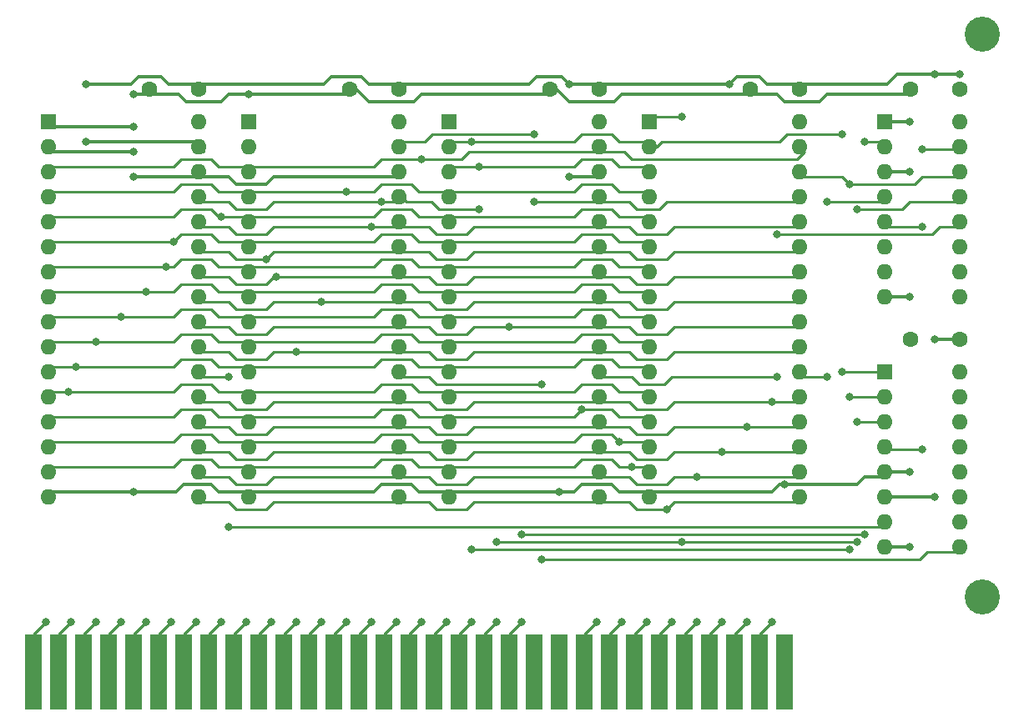
<source format=gbr>
G04 #@! TF.GenerationSoftware,KiCad,Pcbnew,(5.1.8)-1*
G04 #@! TF.CreationDate,2022-12-31T14:50:21-07:00*
G04 #@! TF.ProjectId,64K 640K ISA,36344b20-3634-4304-9b20-4953412e6b69,rev?*
G04 #@! TF.SameCoordinates,Original*
G04 #@! TF.FileFunction,Copper,L1,Top*
G04 #@! TF.FilePolarity,Positive*
%FSLAX46Y46*%
G04 Gerber Fmt 4.6, Leading zero omitted, Abs format (unit mm)*
G04 Created by KiCad (PCBNEW (5.1.8)-1) date 2022-12-31 14:50:21*
%MOMM*%
%LPD*%
G01*
G04 APERTURE LIST*
G04 #@! TA.AperFunction,ComponentPad*
%ADD10C,1.600000*%
G04 #@! TD*
G04 #@! TA.AperFunction,ComponentPad*
%ADD11O,1.600000X1.600000*%
G04 #@! TD*
G04 #@! TA.AperFunction,ComponentPad*
%ADD12R,1.600000X1.600000*%
G04 #@! TD*
G04 #@! TA.AperFunction,ConnectorPad*
%ADD13R,1.780000X7.620000*%
G04 #@! TD*
G04 #@! TA.AperFunction,ComponentPad*
%ADD14C,3.556000*%
G04 #@! TD*
G04 #@! TA.AperFunction,ViaPad*
%ADD15C,0.800000*%
G04 #@! TD*
G04 #@! TA.AperFunction,Conductor*
%ADD16C,0.250000*%
G04 #@! TD*
G04 #@! TA.AperFunction,Conductor*
%ADD17C,0.330200*%
G04 #@! TD*
G04 APERTURE END LIST*
D10*
G04 #@! TO.P,C2,2*
G04 #@! TO.N,VCC*
X122420380Y-70586600D03*
G04 #@! TO.P,C2,1*
G04 #@! TO.N,GND*
X117420380Y-70586600D03*
G04 #@! TD*
D11*
G04 #@! TO.P,U2,32*
G04 #@! TO.N,VCC*
X122420380Y-73888600D03*
G04 #@! TO.P,U2,16*
G04 #@! TO.N,GND*
X107180380Y-111988600D03*
G04 #@! TO.P,U2,31*
G04 #@! TO.N,/MWR*
X122420380Y-76428600D03*
G04 #@! TO.P,U2,15*
G04 #@! TO.N,/D2*
X107180380Y-109448600D03*
G04 #@! TO.P,U2,30*
G04 #@! TO.N,GND*
X122420380Y-78968600D03*
G04 #@! TO.P,U2,14*
G04 #@! TO.N,/D1*
X107180380Y-106908600D03*
G04 #@! TO.P,U2,29*
G04 #@! TO.N,/A14*
X122420380Y-81508600D03*
G04 #@! TO.P,U2,13*
G04 #@! TO.N,/D0*
X107180380Y-104368600D03*
G04 #@! TO.P,U2,28*
G04 #@! TO.N,/A13*
X122420380Y-84048600D03*
G04 #@! TO.P,U2,12*
G04 #@! TO.N,/A0*
X107180380Y-101828600D03*
G04 #@! TO.P,U2,27*
G04 #@! TO.N,/A8*
X122420380Y-86588600D03*
G04 #@! TO.P,U2,11*
G04 #@! TO.N,/A1*
X107180380Y-99288600D03*
G04 #@! TO.P,U2,26*
G04 #@! TO.N,/A9*
X122420380Y-89128600D03*
G04 #@! TO.P,U2,10*
G04 #@! TO.N,/A2*
X107180380Y-96748600D03*
G04 #@! TO.P,U2,25*
G04 #@! TO.N,/A11*
X122420380Y-91668600D03*
G04 #@! TO.P,U2,9*
G04 #@! TO.N,/A3*
X107180380Y-94208600D03*
G04 #@! TO.P,U2,24*
G04 #@! TO.N,/MRD*
X122420380Y-94208600D03*
G04 #@! TO.P,U2,8*
G04 #@! TO.N,/A4*
X107180380Y-91668600D03*
G04 #@! TO.P,U2,23*
G04 #@! TO.N,/A10*
X122420380Y-96748600D03*
G04 #@! TO.P,U2,7*
G04 #@! TO.N,/A5*
X107180380Y-89128600D03*
G04 #@! TO.P,U2,22*
G04 #@! TO.N,/E0000_CS*
X122420380Y-99288600D03*
G04 #@! TO.P,U2,6*
G04 #@! TO.N,/A6*
X107180380Y-86588600D03*
G04 #@! TO.P,U2,21*
G04 #@! TO.N,/D7*
X122420380Y-101828600D03*
G04 #@! TO.P,U2,5*
G04 #@! TO.N,/A7*
X107180380Y-84048600D03*
G04 #@! TO.P,U2,20*
G04 #@! TO.N,/D6*
X122420380Y-104368600D03*
G04 #@! TO.P,U2,4*
G04 #@! TO.N,/A12*
X107180380Y-81508600D03*
G04 #@! TO.P,U2,19*
G04 #@! TO.N,/D5*
X122420380Y-106908600D03*
G04 #@! TO.P,U2,3*
G04 #@! TO.N,/A15*
X107180380Y-78968600D03*
G04 #@! TO.P,U2,18*
G04 #@! TO.N,/D4*
X122420380Y-109448600D03*
G04 #@! TO.P,U2,2*
G04 #@! TO.N,GND*
X107180380Y-76428600D03*
G04 #@! TO.P,U2,17*
G04 #@! TO.N,/D3*
X122420380Y-111988600D03*
D12*
G04 #@! TO.P,U2,1*
G04 #@! TO.N,GND*
X107180380Y-73888600D03*
G04 #@! TD*
D11*
G04 #@! TO.P,U1,32*
G04 #@! TO.N,VCC*
X102100380Y-73888600D03*
G04 #@! TO.P,U1,16*
G04 #@! TO.N,GND*
X86860380Y-111988600D03*
G04 #@! TO.P,U1,31*
G04 #@! TO.N,VCC*
X102100380Y-76428600D03*
G04 #@! TO.P,U1,15*
G04 #@! TO.N,/D2*
X86860380Y-109448600D03*
G04 #@! TO.P,U1,30*
G04 #@! TO.N,GND*
X102100380Y-78968600D03*
G04 #@! TO.P,U1,14*
G04 #@! TO.N,/D1*
X86860380Y-106908600D03*
G04 #@! TO.P,U1,29*
G04 #@! TO.N,/A14*
X102100380Y-81508600D03*
G04 #@! TO.P,U1,13*
G04 #@! TO.N,/D0*
X86860380Y-104368600D03*
G04 #@! TO.P,U1,28*
G04 #@! TO.N,/A13*
X102100380Y-84048600D03*
G04 #@! TO.P,U1,12*
G04 #@! TO.N,/A0*
X86860380Y-101828600D03*
G04 #@! TO.P,U1,27*
G04 #@! TO.N,/A8*
X102100380Y-86588600D03*
G04 #@! TO.P,U1,11*
G04 #@! TO.N,/A1*
X86860380Y-99288600D03*
G04 #@! TO.P,U1,26*
G04 #@! TO.N,/A9*
X102100380Y-89128600D03*
G04 #@! TO.P,U1,10*
G04 #@! TO.N,/A2*
X86860380Y-96748600D03*
G04 #@! TO.P,U1,25*
G04 #@! TO.N,/A11*
X102100380Y-91668600D03*
G04 #@! TO.P,U1,9*
G04 #@! TO.N,/A3*
X86860380Y-94208600D03*
G04 #@! TO.P,U1,24*
G04 #@! TO.N,/MRD*
X102100380Y-94208600D03*
G04 #@! TO.P,U1,8*
G04 #@! TO.N,/A4*
X86860380Y-91668600D03*
G04 #@! TO.P,U1,23*
G04 #@! TO.N,/A10*
X102100380Y-96748600D03*
G04 #@! TO.P,U1,7*
G04 #@! TO.N,/A5*
X86860380Y-89128600D03*
G04 #@! TO.P,U1,22*
G04 #@! TO.N,/64K_ROM_CS*
X102100380Y-99288600D03*
G04 #@! TO.P,U1,6*
G04 #@! TO.N,/A6*
X86860380Y-86588600D03*
G04 #@! TO.P,U1,21*
G04 #@! TO.N,/D7*
X102100380Y-101828600D03*
G04 #@! TO.P,U1,5*
G04 #@! TO.N,/A7*
X86860380Y-84048600D03*
G04 #@! TO.P,U1,20*
G04 #@! TO.N,/D6*
X102100380Y-104368600D03*
G04 #@! TO.P,U1,4*
G04 #@! TO.N,/A12*
X86860380Y-81508600D03*
G04 #@! TO.P,U1,19*
G04 #@! TO.N,/D5*
X102100380Y-106908600D03*
G04 #@! TO.P,U1,3*
G04 #@! TO.N,/A15*
X86860380Y-78968600D03*
G04 #@! TO.P,U1,18*
G04 #@! TO.N,/D4*
X102100380Y-109448600D03*
G04 #@! TO.P,U1,2*
G04 #@! TO.N,GND*
X86860380Y-76428600D03*
G04 #@! TO.P,U1,17*
G04 #@! TO.N,/D3*
X102100380Y-111988600D03*
D12*
G04 #@! TO.P,U1,1*
G04 #@! TO.N,GND*
X86860380Y-73888600D03*
G04 #@! TD*
D10*
G04 #@! TO.P,C1,2*
G04 #@! TO.N,VCC*
X102100380Y-70586600D03*
G04 #@! TO.P,C1,1*
G04 #@! TO.N,GND*
X97100380Y-70586600D03*
G04 #@! TD*
D11*
G04 #@! TO.P,U3,32*
G04 #@! TO.N,VCC*
X142740380Y-73888600D03*
G04 #@! TO.P,U3,16*
G04 #@! TO.N,GND*
X127500380Y-111988600D03*
G04 #@! TO.P,U3,31*
G04 #@! TO.N,/A15*
X142740380Y-76428600D03*
G04 #@! TO.P,U3,15*
G04 #@! TO.N,/D2*
X127500380Y-109448600D03*
G04 #@! TO.P,U3,30*
G04 #@! TO.N,VCC*
X142740380Y-78968600D03*
G04 #@! TO.P,U3,14*
G04 #@! TO.N,/D1*
X127500380Y-106908600D03*
G04 #@! TO.P,U3,29*
G04 #@! TO.N,/MWR*
X142740380Y-81508600D03*
G04 #@! TO.P,U3,13*
G04 #@! TO.N,/D0*
X127500380Y-104368600D03*
G04 #@! TO.P,U3,28*
G04 #@! TO.N,/A13*
X142740380Y-84048600D03*
G04 #@! TO.P,U3,12*
G04 #@! TO.N,/A0*
X127500380Y-101828600D03*
G04 #@! TO.P,U3,27*
G04 #@! TO.N,/A8*
X142740380Y-86588600D03*
G04 #@! TO.P,U3,11*
G04 #@! TO.N,/A1*
X127500380Y-99288600D03*
G04 #@! TO.P,U3,26*
G04 #@! TO.N,/A9*
X142740380Y-89128600D03*
G04 #@! TO.P,U3,10*
G04 #@! TO.N,/A2*
X127500380Y-96748600D03*
G04 #@! TO.P,U3,25*
G04 #@! TO.N,/A11*
X142740380Y-91668600D03*
G04 #@! TO.P,U3,9*
G04 #@! TO.N,/A3*
X127500380Y-94208600D03*
G04 #@! TO.P,U3,24*
G04 #@! TO.N,/MRD*
X142740380Y-94208600D03*
G04 #@! TO.P,U3,8*
G04 #@! TO.N,/A4*
X127500380Y-91668600D03*
G04 #@! TO.P,U3,23*
G04 #@! TO.N,/A10*
X142740380Y-96748600D03*
G04 #@! TO.P,U3,7*
G04 #@! TO.N,/A5*
X127500380Y-89128600D03*
G04 #@! TO.P,U3,22*
G04 #@! TO.N,/128K_CS*
X142740380Y-99288600D03*
G04 #@! TO.P,U3,6*
G04 #@! TO.N,/A6*
X127500380Y-86588600D03*
G04 #@! TO.P,U3,21*
G04 #@! TO.N,/D7*
X142740380Y-101828600D03*
G04 #@! TO.P,U3,5*
G04 #@! TO.N,/A7*
X127500380Y-84048600D03*
G04 #@! TO.P,U3,20*
G04 #@! TO.N,/D6*
X142740380Y-104368600D03*
G04 #@! TO.P,U3,4*
G04 #@! TO.N,/A12*
X127500380Y-81508600D03*
G04 #@! TO.P,U3,19*
G04 #@! TO.N,/D5*
X142740380Y-106908600D03*
G04 #@! TO.P,U3,3*
G04 #@! TO.N,/A14*
X127500380Y-78968600D03*
G04 #@! TO.P,U3,18*
G04 #@! TO.N,/D4*
X142740380Y-109448600D03*
G04 #@! TO.P,U3,2*
G04 #@! TO.N,/A16*
X127500380Y-76428600D03*
G04 #@! TO.P,U3,17*
G04 #@! TO.N,/D3*
X142740380Y-111988600D03*
D12*
G04 #@! TO.P,U3,1*
G04 #@! TO.N,Net-(U3-Pad1)*
X127500380Y-73888600D03*
G04 #@! TD*
D11*
G04 #@! TO.P,U4,32*
G04 #@! TO.N,VCC*
X163060380Y-73888600D03*
G04 #@! TO.P,U4,16*
G04 #@! TO.N,GND*
X147820380Y-111988600D03*
G04 #@! TO.P,U4,31*
G04 #@! TO.N,/A15*
X163060380Y-76428600D03*
G04 #@! TO.P,U4,15*
G04 #@! TO.N,/D2*
X147820380Y-109448600D03*
G04 #@! TO.P,U4,30*
G04 #@! TO.N,/A17*
X163060380Y-78968600D03*
G04 #@! TO.P,U4,14*
G04 #@! TO.N,/D1*
X147820380Y-106908600D03*
G04 #@! TO.P,U4,29*
G04 #@! TO.N,/MWR*
X163060380Y-81508600D03*
G04 #@! TO.P,U4,13*
G04 #@! TO.N,/D0*
X147820380Y-104368600D03*
G04 #@! TO.P,U4,28*
G04 #@! TO.N,/A13*
X163060380Y-84048600D03*
G04 #@! TO.P,U4,12*
G04 #@! TO.N,/A0*
X147820380Y-101828600D03*
G04 #@! TO.P,U4,27*
G04 #@! TO.N,/A8*
X163060380Y-86588600D03*
G04 #@! TO.P,U4,11*
G04 #@! TO.N,/A1*
X147820380Y-99288600D03*
G04 #@! TO.P,U4,26*
G04 #@! TO.N,/A9*
X163060380Y-89128600D03*
G04 #@! TO.P,U4,10*
G04 #@! TO.N,/A2*
X147820380Y-96748600D03*
G04 #@! TO.P,U4,25*
G04 #@! TO.N,/A11*
X163060380Y-91668600D03*
G04 #@! TO.P,U4,9*
G04 #@! TO.N,/A3*
X147820380Y-94208600D03*
G04 #@! TO.P,U4,24*
G04 #@! TO.N,/MRD*
X163060380Y-94208600D03*
G04 #@! TO.P,U4,8*
G04 #@! TO.N,/A4*
X147820380Y-91668600D03*
G04 #@! TO.P,U4,23*
G04 #@! TO.N,/A10*
X163060380Y-96748600D03*
G04 #@! TO.P,U4,7*
G04 #@! TO.N,/A5*
X147820380Y-89128600D03*
G04 #@! TO.P,U4,22*
G04 #@! TO.N,/512K_CS*
X163060380Y-99288600D03*
G04 #@! TO.P,U4,6*
G04 #@! TO.N,/A6*
X147820380Y-86588600D03*
G04 #@! TO.P,U4,21*
G04 #@! TO.N,/D7*
X163060380Y-101828600D03*
G04 #@! TO.P,U4,5*
G04 #@! TO.N,/A7*
X147820380Y-84048600D03*
G04 #@! TO.P,U4,20*
G04 #@! TO.N,/D6*
X163060380Y-104368600D03*
G04 #@! TO.P,U4,4*
G04 #@! TO.N,/A12*
X147820380Y-81508600D03*
G04 #@! TO.P,U4,19*
G04 #@! TO.N,/D5*
X163060380Y-106908600D03*
G04 #@! TO.P,U4,3*
G04 #@! TO.N,/A14*
X147820380Y-78968600D03*
G04 #@! TO.P,U4,18*
G04 #@! TO.N,/D4*
X163060380Y-109448600D03*
G04 #@! TO.P,U4,2*
G04 #@! TO.N,/A16*
X147820380Y-76428600D03*
G04 #@! TO.P,U4,17*
G04 #@! TO.N,/D3*
X163060380Y-111988600D03*
D12*
G04 #@! TO.P,U4,1*
G04 #@! TO.N,/A18*
X147820380Y-73888600D03*
G04 #@! TD*
D10*
G04 #@! TO.P,C6,2*
G04 #@! TO.N,VCC*
X179316380Y-95986600D03*
G04 #@! TO.P,C6,1*
G04 #@! TO.N,GND*
X174316380Y-95986600D03*
G04 #@! TD*
G04 #@! TO.P,C3,2*
G04 #@! TO.N,VCC*
X142740380Y-70586600D03*
G04 #@! TO.P,C3,1*
G04 #@! TO.N,GND*
X137740380Y-70586600D03*
G04 #@! TD*
D13*
G04 #@! TO.P,J9,62*
G04 #@! TO.N,/A0*
X85336380Y-129768600D03*
G04 #@! TO.P,J9,61*
G04 #@! TO.N,/A1*
X87876380Y-129768600D03*
G04 #@! TO.P,J9,60*
G04 #@! TO.N,/A2*
X90416380Y-129768600D03*
G04 #@! TO.P,J9,59*
G04 #@! TO.N,/A3*
X92956380Y-129768600D03*
G04 #@! TO.P,J9,58*
G04 #@! TO.N,/A4*
X95496380Y-129768600D03*
G04 #@! TO.P,J9,57*
G04 #@! TO.N,/A5*
X98036380Y-129768600D03*
G04 #@! TO.P,J9,56*
G04 #@! TO.N,/A6*
X100576380Y-129768600D03*
G04 #@! TO.P,J9,55*
G04 #@! TO.N,/A7*
X103116380Y-129768600D03*
G04 #@! TO.P,J9,54*
G04 #@! TO.N,/A8*
X105656380Y-129768600D03*
G04 #@! TO.P,J9,53*
G04 #@! TO.N,/A9*
X108196380Y-129768600D03*
G04 #@! TO.P,J9,52*
G04 #@! TO.N,/A10*
X110736380Y-129768600D03*
G04 #@! TO.P,J9,51*
G04 #@! TO.N,/A11*
X113276380Y-129768600D03*
G04 #@! TO.P,J9,50*
G04 #@! TO.N,/A12*
X115816380Y-129768600D03*
G04 #@! TO.P,J9,49*
G04 #@! TO.N,/A13*
X118356380Y-129768600D03*
G04 #@! TO.P,J9,48*
G04 #@! TO.N,/A14*
X120896380Y-129768600D03*
G04 #@! TO.P,J9,47*
G04 #@! TO.N,/A15*
X123436380Y-129768600D03*
G04 #@! TO.P,J9,46*
G04 #@! TO.N,/A16*
X125976380Y-129768600D03*
G04 #@! TO.P,J9,45*
G04 #@! TO.N,/A17*
X128516380Y-129768600D03*
G04 #@! TO.P,J9,44*
G04 #@! TO.N,/A18*
X131056380Y-129768600D03*
G04 #@! TO.P,J9,43*
G04 #@! TO.N,/A19*
X133596380Y-129768600D03*
G04 #@! TO.P,J9,42*
G04 #@! TO.N,/AEN*
X136136380Y-129768600D03*
G04 #@! TO.P,J9,41*
G04 #@! TO.N,/RDY1*
X138676380Y-129768600D03*
G04 #@! TO.P,J9,40*
G04 #@! TO.N,/D0*
X141216380Y-129768600D03*
G04 #@! TO.P,J9,39*
G04 #@! TO.N,/D1*
X143756380Y-129768600D03*
G04 #@! TO.P,J9,38*
G04 #@! TO.N,/D2*
X146296380Y-129768600D03*
G04 #@! TO.P,J9,37*
G04 #@! TO.N,/D3*
X148836380Y-129768600D03*
G04 #@! TO.P,J9,36*
G04 #@! TO.N,/D4*
X151376380Y-129768600D03*
G04 #@! TO.P,J9,35*
G04 #@! TO.N,/D5*
X153916380Y-129768600D03*
G04 #@! TO.P,J9,34*
G04 #@! TO.N,/D6*
X156456380Y-129768600D03*
G04 #@! TO.P,J9,33*
G04 #@! TO.N,/D7*
X158996380Y-129768600D03*
G04 #@! TO.P,J9,32*
G04 #@! TO.N,/CH_CK*
X161536380Y-129768600D03*
G04 #@! TD*
D14*
G04 #@! TO.P,R,1*
G04 #@! TO.N,/GND*
X181602380Y-122148600D03*
G04 #@! TD*
G04 #@! TO.P,R,1*
G04 #@! TO.N,N/C*
X181602380Y-64998600D03*
G04 #@! TD*
D11*
G04 #@! TO.P,U6,16*
G04 #@! TO.N,VCC*
X179316380Y-99288600D03*
G04 #@! TO.P,U6,8*
G04 #@! TO.N,GND*
X171696380Y-117068600D03*
G04 #@! TO.P,U6,15*
G04 #@! TO.N,Net-(U6-Pad15)*
X179316380Y-101828600D03*
G04 #@! TO.P,U6,7*
G04 #@! TO.N,/64K_ROM_CS*
X171696380Y-114528600D03*
G04 #@! TO.P,U6,14*
G04 #@! TO.N,Net-(U6-Pad14)*
X179316380Y-104368600D03*
G04 #@! TO.P,U6,6*
G04 #@! TO.N,VCC*
X171696380Y-111988600D03*
G04 #@! TO.P,U6,13*
G04 #@! TO.N,Net-(U6-Pad13)*
X179316380Y-106908600D03*
G04 #@! TO.P,U6,5*
G04 #@! TO.N,GND*
X171696380Y-109448600D03*
G04 #@! TO.P,U6,12*
G04 #@! TO.N,Net-(U6-Pad12)*
X179316380Y-109448600D03*
G04 #@! TO.P,U6,4*
G04 #@! TO.N,/UPPER_512K*
X171696380Y-106908600D03*
G04 #@! TO.P,U6,11*
G04 #@! TO.N,Net-(U6-Pad11)*
X179316380Y-111988600D03*
G04 #@! TO.P,U6,3*
G04 #@! TO.N,/A18*
X171696380Y-104368600D03*
G04 #@! TO.P,U6,10*
G04 #@! TO.N,Net-(U6-Pad10)*
X179316380Y-114528600D03*
G04 #@! TO.P,U6,2*
G04 #@! TO.N,/A17*
X171696380Y-101828600D03*
G04 #@! TO.P,U6,9*
G04 #@! TO.N,/E0000_CS*
X179316380Y-117068600D03*
D12*
G04 #@! TO.P,U6,1*
G04 #@! TO.N,/A16*
X171696380Y-99288600D03*
G04 #@! TD*
D11*
G04 #@! TO.P,U5,16*
G04 #@! TO.N,VCC*
X179316380Y-73888600D03*
G04 #@! TO.P,U5,8*
G04 #@! TO.N,GND*
X171696380Y-91668600D03*
G04 #@! TO.P,U5,15*
G04 #@! TO.N,/UPPER_512K*
X179316380Y-76428600D03*
G04 #@! TO.P,U5,7*
G04 #@! TO.N,Net-(U5-Pad7)*
X171696380Y-89128600D03*
G04 #@! TO.P,U5,14*
G04 #@! TO.N,/A17*
X179316380Y-78968600D03*
G04 #@! TO.P,U5,6*
G04 #@! TO.N,Net-(U5-Pad6)*
X171696380Y-86588600D03*
G04 #@! TO.P,U5,13*
G04 #@! TO.N,/A18*
X179316380Y-81508600D03*
G04 #@! TO.P,U5,5*
G04 #@! TO.N,/UPPER_512K*
X171696380Y-84048600D03*
G04 #@! TO.P,U5,12*
G04 #@! TO.N,/128K_CS*
X179316380Y-84048600D03*
G04 #@! TO.P,U5,4*
G04 #@! TO.N,/512K_CS*
X171696380Y-81508600D03*
G04 #@! TO.P,U5,11*
G04 #@! TO.N,Net-(U5-Pad11)*
X179316380Y-86588600D03*
G04 #@! TO.P,U5,3*
G04 #@! TO.N,GND*
X171696380Y-78968600D03*
G04 #@! TO.P,U5,10*
G04 #@! TO.N,Net-(U5-Pad10)*
X179316380Y-89128600D03*
G04 #@! TO.P,U5,2*
G04 #@! TO.N,/A19*
X171696380Y-76428600D03*
G04 #@! TO.P,U5,9*
G04 #@! TO.N,Net-(U5-Pad9)*
X179316380Y-91668600D03*
D12*
G04 #@! TO.P,U5,1*
G04 #@! TO.N,GND*
X171696380Y-73888600D03*
G04 #@! TD*
D10*
G04 #@! TO.P,C5,2*
G04 #@! TO.N,VCC*
X179316380Y-70586600D03*
G04 #@! TO.P,C5,1*
G04 #@! TO.N,GND*
X174316380Y-70586600D03*
G04 #@! TD*
G04 #@! TO.P,C4,2*
G04 #@! TO.N,VCC*
X163060380Y-70586600D03*
G04 #@! TO.P,C4,1*
G04 #@! TO.N,GND*
X158060380Y-70586600D03*
G04 #@! TD*
D15*
G04 #@! TO.N,/D7*
X160266380Y-124688600D03*
X160266380Y-102336600D03*
G04 #@! TO.N,/D6*
X157726380Y-124688600D03*
X157726380Y-104876600D03*
G04 #@! TO.N,/D5*
X155186380Y-124688600D03*
X155186380Y-107416600D03*
G04 #@! TO.N,/D4*
X152646380Y-124688600D03*
X152646380Y-109956600D03*
G04 #@! TO.N,/D3*
X150106380Y-124688600D03*
X149598380Y-113258600D03*
G04 #@! TO.N,/D2*
X147566380Y-124688600D03*
X146042380Y-108940600D03*
G04 #@! TO.N,/D1*
X145026380Y-124688600D03*
X144772380Y-106400600D03*
G04 #@! TO.N,/D0*
X142486380Y-124688600D03*
X140962380Y-103098600D03*
G04 #@! TO.N,/A19*
X134866380Y-124688600D03*
X169664380Y-75920600D03*
X169664380Y-115798600D03*
X134866380Y-115798600D03*
G04 #@! TO.N,/A18*
X132326380Y-124688600D03*
X168902380Y-82778600D03*
X168902380Y-116560600D03*
X132326380Y-116560600D03*
X151122380Y-116560600D03*
X151122380Y-73380600D03*
X168902380Y-104368600D03*
G04 #@! TO.N,/A17*
X129786380Y-124688600D03*
X168140380Y-80238600D03*
X168140380Y-117322600D03*
X129786380Y-117322600D03*
X168140380Y-101828600D03*
G04 #@! TO.N,/A16*
X127246380Y-124688600D03*
X129786380Y-75920600D03*
X167378380Y-75158600D03*
X167378380Y-99288600D03*
G04 #@! TO.N,/A15*
X124706380Y-124688600D03*
X124706380Y-77698600D03*
G04 #@! TO.N,/A14*
X122166380Y-124688600D03*
X120642380Y-82016600D03*
X130548380Y-82778600D03*
X130548380Y-78460600D03*
G04 #@! TO.N,/A13*
X119626380Y-124688600D03*
X119626380Y-84556600D03*
G04 #@! TO.N,/A12*
X117086380Y-124688600D03*
X117086380Y-81000600D03*
G04 #@! TO.N,/A11*
X114546380Y-124688600D03*
X114546380Y-92176600D03*
G04 #@! TO.N,/A10*
X112006380Y-124688600D03*
X112006380Y-97256600D03*
G04 #@! TO.N,/A9*
X109466380Y-124688600D03*
X109974380Y-89636600D03*
G04 #@! TO.N,/A8*
X106926380Y-124688600D03*
X108958380Y-87858600D03*
G04 #@! TO.N,/A7*
X104386380Y-124688600D03*
X104386380Y-83540600D03*
G04 #@! TO.N,/A6*
X101846380Y-124688600D03*
X99560380Y-86080600D03*
G04 #@! TO.N,/A5*
X99306380Y-124688600D03*
X98798380Y-88620600D03*
G04 #@! TO.N,/A4*
X96766380Y-124688600D03*
X96766380Y-91160600D03*
G04 #@! TO.N,/A3*
X94226380Y-124688600D03*
X94226380Y-93700600D03*
G04 #@! TO.N,/A2*
X91686380Y-124688600D03*
X91686380Y-96240600D03*
G04 #@! TO.N,/A1*
X89146380Y-124688600D03*
X89654380Y-98780600D03*
G04 #@! TO.N,/A0*
X86606380Y-124688600D03*
X88892380Y-101320600D03*
G04 #@! TO.N,/MWR*
X136136380Y-82016600D03*
X136136380Y-75158600D03*
G04 #@! TO.N,/MRD*
X133596380Y-94716600D03*
G04 #@! TO.N,/512K_CS*
X165854380Y-99796600D03*
X165854380Y-82016600D03*
G04 #@! TO.N,/UPPER_512K*
X175506380Y-84556600D03*
X175506380Y-107162600D03*
X175506380Y-76682600D03*
G04 #@! TO.N,/128K_CS*
X160774380Y-99796600D03*
X160774380Y-85318600D03*
G04 #@! TO.N,VCC*
X179316380Y-69062600D03*
X176776380Y-69062600D03*
X176776380Y-95986600D03*
X155948380Y-70078600D03*
X139692380Y-70078600D03*
X139692380Y-79476600D03*
X90670380Y-70078600D03*
X176776380Y-111988600D03*
X90670380Y-75920600D03*
G04 #@! TO.N,GND*
X161536380Y-110718600D03*
X138676380Y-111480600D03*
X174236380Y-109448600D03*
X174236384Y-117068600D03*
X174236380Y-91668600D03*
X174236380Y-73888600D03*
X174236380Y-78968600D03*
X95496380Y-111480600D03*
X95496380Y-76936600D03*
X95496380Y-79476600D03*
X95496380Y-71094600D03*
X95496380Y-74396600D03*
X107180380Y-71094600D03*
G04 #@! TO.N,/64K_ROM_CS*
X105148380Y-115036600D03*
X105148380Y-99796600D03*
G04 #@! TO.N,/E0000_CS*
X136898380Y-118338600D03*
X136898380Y-100558600D03*
G04 #@! TD*
D16*
G04 #@! TO.N,/D7*
X146550380Y-103098600D02*
X145788380Y-102336600D01*
X163060380Y-101828600D02*
X162552380Y-102336600D01*
X149598380Y-103098600D02*
X146550380Y-103098600D01*
X143248380Y-102336600D02*
X142740380Y-101828600D01*
X145788380Y-102336600D02*
X143248380Y-102336600D01*
X162552380Y-102336600D02*
X150360380Y-102336600D01*
X150360380Y-102336600D02*
X149598380Y-103098600D01*
X158996380Y-129768600D02*
X158996380Y-125958600D01*
X158996380Y-125958600D02*
X160266380Y-124688600D01*
X102608380Y-102336600D02*
X102100380Y-101828600D01*
X129278380Y-103098600D02*
X126230380Y-103098600D01*
X126230380Y-103098600D02*
X125468380Y-102336600D01*
X130040380Y-102336600D02*
X129278380Y-103098600D01*
X142232380Y-102336600D02*
X130040380Y-102336600D01*
X142740380Y-101828600D02*
X142232380Y-102336600D01*
X108958380Y-103098600D02*
X105910380Y-103098600D01*
X105910380Y-103098600D02*
X105148380Y-102336600D01*
X121912380Y-102336600D02*
X109720380Y-102336600D01*
X109720380Y-102336600D02*
X108958380Y-103098600D01*
X105148380Y-102336600D02*
X102608380Y-102336600D01*
X122420380Y-101828600D02*
X121912380Y-102336600D01*
X122928380Y-102336600D02*
X122420380Y-101828600D01*
X125468380Y-102336600D02*
X122928380Y-102336600D01*
G04 #@! TO.N,/D6*
X156456380Y-129768600D02*
X156456380Y-125958600D01*
X146550380Y-105638600D02*
X145788380Y-104876600D01*
X163060380Y-104368600D02*
X162552380Y-104876600D01*
X150360380Y-104876600D02*
X149598380Y-105638600D01*
X162552380Y-104876600D02*
X150360380Y-104876600D01*
X149598380Y-105638600D02*
X146550380Y-105638600D01*
X145788380Y-104876600D02*
X143248380Y-104876600D01*
X143248380Y-104876600D02*
X142740380Y-104368600D01*
X156456380Y-125958600D02*
X157726380Y-124688600D01*
X102608380Y-104876600D02*
X102100380Y-104368600D01*
X126230380Y-105638600D02*
X125468380Y-104876600D01*
X129278380Y-105638600D02*
X126230380Y-105638600D01*
X130040380Y-104876600D02*
X129278380Y-105638600D01*
X142232380Y-104876600D02*
X130040380Y-104876600D01*
X142740380Y-104368600D02*
X142232380Y-104876600D01*
X108958380Y-105638600D02*
X105910380Y-105638600D01*
X105910380Y-105638600D02*
X105148380Y-104876600D01*
X109720380Y-104876600D02*
X108958380Y-105638600D01*
X121912380Y-104876600D02*
X109720380Y-104876600D01*
X105148380Y-104876600D02*
X102608380Y-104876600D01*
X122420380Y-104368600D02*
X121912380Y-104876600D01*
X122928380Y-104876600D02*
X122420380Y-104368600D01*
X125468380Y-104876600D02*
X122928380Y-104876600D01*
G04 #@! TO.N,/D5*
X153916380Y-129768600D02*
X153916380Y-125958600D01*
X143248380Y-107416600D02*
X142740380Y-106908600D01*
X162552380Y-107416600D02*
X150360380Y-107416600D01*
X146550380Y-108178600D02*
X145788380Y-107416600D01*
X163060380Y-106908600D02*
X162552380Y-107416600D01*
X150360380Y-107416600D02*
X149598380Y-108178600D01*
X149598380Y-108178600D02*
X146550380Y-108178600D01*
X145788380Y-107416600D02*
X143248380Y-107416600D01*
X153916380Y-125958600D02*
X155186380Y-124688600D01*
X126230380Y-108178600D02*
X125468380Y-107416600D01*
X129278380Y-108178600D02*
X126230380Y-108178600D01*
X130040380Y-107416600D02*
X129278380Y-108178600D01*
X102608380Y-107416600D02*
X102100380Y-106908600D01*
X142232380Y-107416600D02*
X130040380Y-107416600D01*
X142740380Y-106908600D02*
X142232380Y-107416600D01*
X105910380Y-108178600D02*
X105148380Y-107416600D01*
X108958380Y-108178600D02*
X105910380Y-108178600D01*
X105148380Y-107416600D02*
X102608380Y-107416600D01*
X121912380Y-107416600D02*
X109720380Y-107416600D01*
X109720380Y-107416600D02*
X108958380Y-108178600D01*
X122420380Y-106908600D02*
X121912380Y-107416600D01*
X122928380Y-107416600D02*
X122420380Y-106908600D01*
X125468380Y-107416600D02*
X122928380Y-107416600D01*
G04 #@! TO.N,/D4*
X122420380Y-109448600D02*
X121912380Y-109956600D01*
X121912380Y-109956600D02*
X109720380Y-109956600D01*
X109720380Y-109956600D02*
X108958380Y-110718600D01*
X108958380Y-110718600D02*
X105910380Y-110718600D01*
X105910380Y-110718600D02*
X105148380Y-109956600D01*
X102608380Y-109956600D02*
X102100380Y-109448600D01*
X105148380Y-109956600D02*
X102608380Y-109956600D01*
X151376380Y-129768600D02*
X151376380Y-125958600D01*
X143248380Y-109956600D02*
X142740380Y-109448600D01*
X162552380Y-109956600D02*
X150360380Y-109956600D01*
X146550380Y-110718600D02*
X145788380Y-109956600D01*
X163060380Y-109448600D02*
X162552380Y-109956600D01*
X145788380Y-109956600D02*
X143248380Y-109956600D01*
X150360380Y-109956600D02*
X149598380Y-110718600D01*
X149598380Y-110718600D02*
X146550380Y-110718600D01*
X151376380Y-125958600D02*
X152646380Y-124688600D01*
X126230380Y-110718600D02*
X125468380Y-109956600D01*
X129278380Y-110718600D02*
X126230380Y-110718600D01*
X130040380Y-109956600D02*
X129278380Y-110718600D01*
X142232380Y-109956600D02*
X130040380Y-109956600D01*
X142740380Y-109448600D02*
X142232380Y-109956600D01*
X122928380Y-109956600D02*
X122420380Y-109448600D01*
X125468380Y-109956600D02*
X122928380Y-109956600D01*
G04 #@! TO.N,/D3*
X108958380Y-113258600D02*
X105910380Y-113258600D01*
X105910380Y-113258600D02*
X105148380Y-112496600D01*
X102608380Y-112496600D02*
X102100380Y-111988600D01*
X105148380Y-112496600D02*
X102608380Y-112496600D01*
X122420380Y-111988600D02*
X121912380Y-112496600D01*
X121912380Y-112496600D02*
X109720380Y-112496600D01*
X109720380Y-112496600D02*
X108958380Y-113258600D01*
X148836380Y-129768600D02*
X148836380Y-125958600D01*
X148836380Y-125958600D02*
X150106380Y-124688600D01*
X162552380Y-112496600D02*
X150360380Y-112496600D01*
X146550380Y-113258600D02*
X145788380Y-112496600D01*
X143248380Y-112496600D02*
X142740380Y-111988600D01*
X145788380Y-112496600D02*
X143248380Y-112496600D01*
X163060380Y-111988600D02*
X162552380Y-112496600D01*
X150360380Y-112496600D02*
X149598380Y-113258600D01*
X149598380Y-113258600D02*
X146550380Y-113258600D01*
X129278380Y-113258600D02*
X126230380Y-113258600D01*
X130040380Y-112496600D02*
X129278380Y-113258600D01*
X126230380Y-113258600D02*
X125468380Y-112496600D01*
X142232380Y-112496600D02*
X130040380Y-112496600D01*
X142740380Y-111988600D02*
X142232380Y-112496600D01*
X122928380Y-112496600D02*
X122420380Y-111988600D01*
X125468380Y-112496600D02*
X122928380Y-112496600D01*
G04 #@! TO.N,/D2*
X107180380Y-109448600D02*
X107688380Y-108940600D01*
X107688380Y-108940600D02*
X119880380Y-108940600D01*
X119880380Y-108940600D02*
X120642380Y-108178600D01*
X120642380Y-108178600D02*
X123690380Y-108178600D01*
X123690380Y-108178600D02*
X124452380Y-108940600D01*
X126992380Y-108940600D02*
X127500380Y-109448600D01*
X124452380Y-108940600D02*
X126992380Y-108940600D01*
X146296380Y-129768600D02*
X146296380Y-125958600D01*
X140962380Y-108178600D02*
X144010380Y-108178600D01*
X147312380Y-108940600D02*
X147820380Y-109448600D01*
X144772380Y-108940600D02*
X147312380Y-108940600D01*
X144010380Y-108178600D02*
X144772380Y-108940600D01*
X140200380Y-108940600D02*
X140962380Y-108178600D01*
X128008380Y-108940600D02*
X140200380Y-108940600D01*
X127500380Y-109448600D02*
X128008380Y-108940600D01*
X146296380Y-125958600D02*
X147566380Y-124688600D01*
X103370380Y-108178600D02*
X104132380Y-108940600D01*
X100322380Y-108178600D02*
X103370380Y-108178600D01*
X99560380Y-108940600D02*
X100322380Y-108178600D01*
X87368380Y-108940600D02*
X99560380Y-108940600D01*
X86860380Y-109448600D02*
X87368380Y-108940600D01*
X106672380Y-108940600D02*
X107180380Y-109448600D01*
X104132380Y-108940600D02*
X106672380Y-108940600D01*
G04 #@! TO.N,/D1*
X147312380Y-106400600D02*
X147820380Y-106908600D01*
X144772380Y-106400600D02*
X147312380Y-106400600D01*
X127500380Y-106908600D02*
X128008380Y-106400600D01*
X140962380Y-105638600D02*
X144010380Y-105638600D01*
X140200380Y-106400600D02*
X140962380Y-105638600D01*
X144010380Y-105638600D02*
X144772380Y-106400600D01*
X128008380Y-106400600D02*
X140200380Y-106400600D01*
X143756380Y-129768600D02*
X143756380Y-125958600D01*
X143756380Y-125958600D02*
X145026380Y-124688600D01*
X126992380Y-106400600D02*
X127500380Y-106908600D01*
X103370380Y-105638600D02*
X104132380Y-106400600D01*
X100322380Y-105638600D02*
X103370380Y-105638600D01*
X99560380Y-106400600D02*
X100322380Y-105638600D01*
X87368380Y-106400600D02*
X99560380Y-106400600D01*
X86860380Y-106908600D02*
X87368380Y-106400600D01*
X107180380Y-106908600D02*
X107688380Y-106400600D01*
X123690380Y-105638600D02*
X124452380Y-106400600D01*
X107688380Y-106400600D02*
X119880380Y-106400600D01*
X124452380Y-106400600D02*
X126992380Y-106400600D01*
X120642380Y-105638600D02*
X123690380Y-105638600D01*
X119880380Y-106400600D02*
X120642380Y-105638600D01*
X106672380Y-106400600D02*
X107180380Y-106908600D01*
X104132380Y-106400600D02*
X106672380Y-106400600D01*
G04 #@! TO.N,/D0*
X144772380Y-103860600D02*
X147312380Y-103860600D01*
X127500380Y-104368600D02*
X128008380Y-103860600D01*
X140200380Y-103860600D02*
X140962380Y-103098600D01*
X144010380Y-103098600D02*
X144772380Y-103860600D01*
X140962380Y-103098600D02*
X144010380Y-103098600D01*
X128008380Y-103860600D02*
X140200380Y-103860600D01*
X147312380Y-103860600D02*
X147820380Y-104368600D01*
X141216380Y-129768600D02*
X141216380Y-125958600D01*
X141216380Y-125958600D02*
X142486380Y-124688600D01*
X126992380Y-103860600D02*
X127500380Y-104368600D01*
X100322380Y-103098600D02*
X103370380Y-103098600D01*
X99560380Y-103860600D02*
X100322380Y-103098600D01*
X87368380Y-103860600D02*
X99560380Y-103860600D01*
X103370380Y-103098600D02*
X104132380Y-103860600D01*
X86860380Y-104368600D02*
X87368380Y-103860600D01*
X107688380Y-103860600D02*
X119880380Y-103860600D01*
X119880380Y-103860600D02*
X120642380Y-103098600D01*
X107180380Y-104368600D02*
X107688380Y-103860600D01*
X123690380Y-103098600D02*
X124452380Y-103860600D01*
X124452380Y-103860600D02*
X126992380Y-103860600D01*
X120642380Y-103098600D02*
X123690380Y-103098600D01*
X106672380Y-103860600D02*
X107180380Y-104368600D01*
X104132380Y-103860600D02*
X106672380Y-103860600D01*
G04 #@! TO.N,/A19*
X133596380Y-129768600D02*
X133596380Y-125958600D01*
X133596380Y-125958600D02*
X134866380Y-124688600D01*
X171188380Y-75920600D02*
X169664380Y-75920600D01*
X171696380Y-76428600D02*
X171188380Y-75920600D01*
X169664380Y-115798600D02*
X134866380Y-115798600D01*
G04 #@! TO.N,/A18*
X131056380Y-129768600D02*
X131056380Y-125958600D01*
X131056380Y-125958600D02*
X132326380Y-124688600D01*
X173474380Y-82778600D02*
X168902380Y-82778600D01*
X178808380Y-82016600D02*
X174236380Y-82016600D01*
X174236380Y-82016600D02*
X173474380Y-82778600D01*
X179316380Y-81508600D02*
X178808380Y-82016600D01*
X168902380Y-116560600D02*
X151122380Y-116560600D01*
X151122380Y-116560600D02*
X132326380Y-116560600D01*
X148328380Y-73380600D02*
X147820380Y-73888600D01*
X151122380Y-73380600D02*
X148328380Y-73380600D01*
X168902380Y-104368600D02*
X171696380Y-104368600D01*
G04 #@! TO.N,/A17*
X128516380Y-129768600D02*
X128516380Y-125958600D01*
X128516380Y-125958600D02*
X129786380Y-124688600D01*
X174744380Y-80238600D02*
X175506380Y-79476600D01*
X178808380Y-79476600D02*
X179316380Y-78968600D01*
X175506380Y-79476600D02*
X178808380Y-79476600D01*
X168140380Y-80238600D02*
X174744380Y-80238600D01*
X167378380Y-79476600D02*
X168140380Y-80238600D01*
X163568380Y-79476600D02*
X167378380Y-79476600D01*
X163060380Y-78968600D02*
X163568380Y-79476600D01*
X168140380Y-117322600D02*
X129786380Y-117322600D01*
X168140380Y-101828600D02*
X171696380Y-101828600D01*
G04 #@! TO.N,/A16*
X125976380Y-129768600D02*
X125976380Y-125958600D01*
X140962380Y-75158600D02*
X144010380Y-75158600D01*
X144010380Y-75158600D02*
X144772380Y-75920600D01*
X128008380Y-75920600D02*
X140200380Y-75920600D01*
X140200380Y-75920600D02*
X140962380Y-75158600D01*
X144772380Y-75920600D02*
X147312380Y-75920600D01*
X147312380Y-75920600D02*
X147820380Y-76428600D01*
X127500380Y-76428600D02*
X128008380Y-75920600D01*
X125976380Y-125958600D02*
X127246380Y-124688600D01*
X147820380Y-76458600D02*
X147820380Y-76428600D01*
X147820380Y-76428600D02*
X148328380Y-75920600D01*
X147820380Y-76428600D02*
X148582380Y-76428600D01*
X148582380Y-76428600D02*
X149090380Y-75920600D01*
X149090380Y-75920600D02*
X161028380Y-75920600D01*
X161028380Y-75920600D02*
X161790380Y-75158600D01*
X161790380Y-75158600D02*
X167378380Y-75158600D01*
X167378380Y-99288600D02*
X171696380Y-99288600D01*
G04 #@! TO.N,/A15*
X123436380Y-129768600D02*
X123436380Y-125958600D01*
X123436380Y-125958600D02*
X124706380Y-124688600D01*
X146042380Y-77698600D02*
X145280380Y-76936600D01*
X163568380Y-76936600D02*
X162806380Y-77698600D01*
X129532380Y-76936600D02*
X128770380Y-77698600D01*
X162806380Y-77698600D02*
X146042380Y-77698600D01*
X128770380Y-77698600D02*
X124706380Y-77698600D01*
X143248380Y-76936600D02*
X142740380Y-76428600D01*
X145280380Y-76936600D02*
X143248380Y-76936600D01*
X142740380Y-76428600D02*
X142232380Y-76936600D01*
X142232380Y-76936600D02*
X129532380Y-76936600D01*
X106672380Y-78460600D02*
X107180380Y-78968600D01*
X103370380Y-77698600D02*
X104132380Y-78460600D01*
X100322380Y-77698600D02*
X103370380Y-77698600D01*
X99560380Y-78460600D02*
X100322380Y-77698600D01*
X104132380Y-78460600D02*
X106672380Y-78460600D01*
X87368380Y-78460600D02*
X99560380Y-78460600D01*
X86860380Y-78968600D02*
X87368380Y-78460600D01*
X119880380Y-78460600D02*
X120642380Y-77698600D01*
X107688380Y-78460600D02*
X119880380Y-78460600D01*
X120642380Y-77698600D02*
X124706380Y-77698600D01*
X107180380Y-78968600D02*
X107688380Y-78460600D01*
G04 #@! TO.N,/A14*
X120896380Y-129768600D02*
X120896380Y-125958600D01*
X140962380Y-77698600D02*
X144010380Y-77698600D01*
X144010380Y-77698600D02*
X144772380Y-78460600D01*
X128008380Y-78460600D02*
X140200380Y-78460600D01*
X144772380Y-78460600D02*
X147312380Y-78460600D01*
X140200380Y-78460600D02*
X140962380Y-77698600D01*
X147312380Y-78460600D02*
X147820380Y-78968600D01*
X127500380Y-78968600D02*
X128008380Y-78460600D01*
X120896380Y-125958600D02*
X122166380Y-124688600D01*
X127500380Y-78968600D02*
X126992380Y-78460600D01*
X102100380Y-81508600D02*
X102608380Y-82016600D01*
X122420380Y-81508600D02*
X121912380Y-82016600D01*
X105148380Y-82016600D02*
X102608380Y-82016600D01*
X105910380Y-82778600D02*
X105148380Y-82016600D01*
X121912380Y-82016600D02*
X109720380Y-82016600D01*
X109720380Y-82016600D02*
X108958380Y-82778600D01*
X108958380Y-82778600D02*
X105910380Y-82778600D01*
X126484380Y-82778600D02*
X130548380Y-82778600D01*
X123182380Y-82016600D02*
X125722380Y-82016600D01*
X125722380Y-82016600D02*
X126484380Y-82778600D01*
X122674380Y-81508600D02*
X123182380Y-82016600D01*
X122420380Y-81508600D02*
X122674380Y-81508600D01*
G04 #@! TO.N,/A13*
X145788380Y-84556600D02*
X143248380Y-84556600D01*
X150360380Y-84556600D02*
X149598380Y-85318600D01*
X163060380Y-84048600D02*
X162552380Y-84556600D01*
X149598380Y-85318600D02*
X146550380Y-85318600D01*
X162552380Y-84556600D02*
X150360380Y-84556600D01*
X146550380Y-85318600D02*
X145788380Y-84556600D01*
X143248380Y-84556600D02*
X142740380Y-84048600D01*
X118356380Y-129768600D02*
X118356380Y-125958600D01*
X118356380Y-125958600D02*
X119626380Y-124688600D01*
X102608380Y-84556600D02*
X102100380Y-84048600D01*
X126230380Y-85318600D02*
X125468380Y-84556600D01*
X129278380Y-85318600D02*
X126230380Y-85318600D01*
X130040380Y-84556600D02*
X129278380Y-85318600D01*
X142232380Y-84556600D02*
X130040380Y-84556600D01*
X142740380Y-84048600D02*
X142232380Y-84556600D01*
X105910380Y-85318600D02*
X105148380Y-84556600D01*
X109720380Y-84556600D02*
X108958380Y-85318600D01*
X108958380Y-85318600D02*
X105910380Y-85318600D01*
X121912380Y-84556600D02*
X109720380Y-84556600D01*
X105148380Y-84556600D02*
X102608380Y-84556600D01*
X122420380Y-84048600D02*
X121912380Y-84556600D01*
X122928380Y-84556600D02*
X122420380Y-84048600D01*
X125468380Y-84556600D02*
X122928380Y-84556600D01*
G04 #@! TO.N,/A12*
X115816380Y-129768600D02*
X115816380Y-125958600D01*
X127500380Y-81508600D02*
X128008380Y-81000600D01*
X144010380Y-80238600D02*
X144772380Y-81000600D01*
X140962380Y-80238600D02*
X144010380Y-80238600D01*
X144772380Y-81000600D02*
X147312380Y-81000600D01*
X147312380Y-81000600D02*
X147820380Y-81508600D01*
X128008380Y-81000600D02*
X140200380Y-81000600D01*
X140200380Y-81000600D02*
X140962380Y-80238600D01*
X115816380Y-125958600D02*
X117086380Y-124688600D01*
X126992380Y-81000600D02*
X127500380Y-81508600D01*
X103370380Y-80238600D02*
X104132380Y-81000600D01*
X100322380Y-80238600D02*
X103370380Y-80238600D01*
X99560380Y-81000600D02*
X100322380Y-80238600D01*
X87368380Y-81000600D02*
X99560380Y-81000600D01*
X86860380Y-81508600D02*
X87368380Y-81000600D01*
X119880380Y-81000600D02*
X120642380Y-80238600D01*
X120642380Y-80238600D02*
X123690380Y-80238600D01*
X124452380Y-81000600D02*
X126992380Y-81000600D01*
X123690380Y-80238600D02*
X124452380Y-81000600D01*
X107688380Y-81000600D02*
X119880380Y-81000600D01*
X107180380Y-81508600D02*
X107688380Y-81000600D01*
X106672380Y-81000600D02*
X107180380Y-81508600D01*
X104132380Y-81000600D02*
X106672380Y-81000600D01*
G04 #@! TO.N,/A11*
X113276380Y-129768600D02*
X113276380Y-125958600D01*
X143248380Y-92176600D02*
X142740380Y-91668600D01*
X145788380Y-92176600D02*
X143248380Y-92176600D01*
X162552380Y-92176600D02*
X150360380Y-92176600D01*
X146550380Y-92938600D02*
X145788380Y-92176600D01*
X150360380Y-92176600D02*
X149598380Y-92938600D01*
X149598380Y-92938600D02*
X146550380Y-92938600D01*
X163060380Y-91668600D02*
X162552380Y-92176600D01*
X113276380Y-125958600D02*
X114546380Y-124688600D01*
X126230380Y-92938600D02*
X125468380Y-92176600D01*
X129278380Y-92938600D02*
X126230380Y-92938600D01*
X130040380Y-92176600D02*
X129278380Y-92938600D01*
X102608380Y-92176600D02*
X102100380Y-91668600D01*
X142232380Y-92176600D02*
X130040380Y-92176600D01*
X142740380Y-91668600D02*
X142232380Y-92176600D01*
X122420380Y-91668600D02*
X121912380Y-92176600D01*
X109720380Y-92176600D02*
X108958380Y-92938600D01*
X105910380Y-92938600D02*
X105148380Y-92176600D01*
X121912380Y-92176600D02*
X109720380Y-92176600D01*
X105148380Y-92176600D02*
X102608380Y-92176600D01*
X108958380Y-92938600D02*
X105910380Y-92938600D01*
X122928380Y-92176600D02*
X122420380Y-91668600D01*
X125468380Y-92176600D02*
X122928380Y-92176600D01*
G04 #@! TO.N,/A10*
X109720380Y-97256600D02*
X108958380Y-98018600D01*
X122420380Y-96748600D02*
X121912380Y-97256600D01*
X108958380Y-98018600D02*
X105910380Y-98018600D01*
X105148380Y-97256600D02*
X102608380Y-97256600D01*
X102608380Y-97256600D02*
X102100380Y-96748600D01*
X105910380Y-98018600D02*
X105148380Y-97256600D01*
X121912380Y-97256600D02*
X109720380Y-97256600D01*
X146550380Y-98018600D02*
X145788380Y-97256600D01*
X149598380Y-98018600D02*
X146550380Y-98018600D01*
X145788380Y-97256600D02*
X143248380Y-97256600D01*
X163060380Y-96748600D02*
X162552380Y-97256600D01*
X150360380Y-97256600D02*
X149598380Y-98018600D01*
X162552380Y-97256600D02*
X150360380Y-97256600D01*
X143248380Y-97256600D02*
X142740380Y-96748600D01*
X110736380Y-129768600D02*
X110736380Y-125958600D01*
X110736380Y-125958600D02*
X112006380Y-124688600D01*
X122928380Y-97256600D02*
X122420380Y-96748600D01*
X125468380Y-97256600D02*
X122928380Y-97256600D01*
X126230380Y-98018600D02*
X125468380Y-97256600D01*
X130040380Y-97256600D02*
X129278380Y-98018600D01*
X129278380Y-98018600D02*
X126230380Y-98018600D01*
X142232380Y-97256600D02*
X130040380Y-97256600D01*
X142740380Y-96748600D02*
X142232380Y-97256600D01*
G04 #@! TO.N,/A9*
X108196380Y-129768600D02*
X108196380Y-125958600D01*
X163060380Y-89128600D02*
X162552380Y-89636600D01*
X162552380Y-89636600D02*
X150360380Y-89636600D01*
X146550380Y-90398600D02*
X145788380Y-89636600D01*
X143248380Y-89636600D02*
X142740380Y-89128600D01*
X150360380Y-89636600D02*
X149598380Y-90398600D01*
X145788380Y-89636600D02*
X143248380Y-89636600D01*
X149598380Y-90398600D02*
X146550380Y-90398600D01*
X108196380Y-125958600D02*
X109466380Y-124688600D01*
X102608380Y-89636600D02*
X102100380Y-89128600D01*
X126230380Y-90398600D02*
X125468380Y-89636600D01*
X129278380Y-90398600D02*
X126230380Y-90398600D01*
X130040380Y-89636600D02*
X129278380Y-90398600D01*
X142232380Y-89636600D02*
X130040380Y-89636600D01*
X142740380Y-89128600D02*
X142232380Y-89636600D01*
X121912380Y-89636600D02*
X109720380Y-89636600D01*
X105148380Y-89636600D02*
X102608380Y-89636600D01*
X108958380Y-90398600D02*
X105910380Y-90398600D01*
X122420380Y-89128600D02*
X121912380Y-89636600D01*
X109720380Y-89636600D02*
X108958380Y-90398600D01*
X105910380Y-90398600D02*
X105148380Y-89636600D01*
X122928380Y-89636600D02*
X122420380Y-89128600D01*
X125468380Y-89636600D02*
X122928380Y-89636600D01*
G04 #@! TO.N,/A8*
X105656380Y-129768600D02*
X105656380Y-125958600D01*
X146550380Y-87858600D02*
X145788380Y-87096600D01*
X149598380Y-87858600D02*
X146550380Y-87858600D01*
X150360380Y-87096600D02*
X149598380Y-87858600D01*
X143248380Y-87096600D02*
X142740380Y-86588600D01*
X145788380Y-87096600D02*
X143248380Y-87096600D01*
X162552380Y-87096600D02*
X150360380Y-87096600D01*
X163060380Y-86588600D02*
X162552380Y-87096600D01*
X105656380Y-125958600D02*
X106926380Y-124688600D01*
X102100380Y-86588600D02*
X102608380Y-87096600D01*
X126230380Y-87858600D02*
X125468380Y-87096600D01*
X129278380Y-87858600D02*
X126230380Y-87858600D01*
X130040380Y-87096600D02*
X129278380Y-87858600D01*
X142232380Y-87096600D02*
X130040380Y-87096600D01*
X142740380Y-86588600D02*
X142232380Y-87096600D01*
X121912380Y-87096600D02*
X109720380Y-87096600D01*
X105148380Y-87096600D02*
X102608380Y-87096600D01*
X122420380Y-86588600D02*
X121912380Y-87096600D01*
X108958380Y-87858600D02*
X105910380Y-87858600D01*
X109720380Y-87096600D02*
X108958380Y-87858600D01*
X105910380Y-87858600D02*
X105148380Y-87096600D01*
X122928380Y-87096600D02*
X122420380Y-86588600D01*
X125468380Y-87096600D02*
X122928380Y-87096600D01*
G04 #@! TO.N,/A7*
X140200380Y-83540600D02*
X140962380Y-82778600D01*
X128008380Y-83540600D02*
X140200380Y-83540600D01*
X144010380Y-82778600D02*
X144772380Y-83540600D01*
X140962380Y-82778600D02*
X144010380Y-82778600D01*
X147312380Y-83540600D02*
X147820380Y-84048600D01*
X144772380Y-83540600D02*
X147312380Y-83540600D01*
X127500380Y-84048600D02*
X128008380Y-83540600D01*
X103116380Y-129768600D02*
X103116380Y-125958600D01*
X103116380Y-125958600D02*
X104386380Y-124688600D01*
X103370380Y-82778600D02*
X104132380Y-83540600D01*
X126992380Y-83540600D02*
X127500380Y-84048600D01*
X100322380Y-82778600D02*
X103370380Y-82778600D01*
X99560380Y-83540600D02*
X100322380Y-82778600D01*
X87368380Y-83540600D02*
X99560380Y-83540600D01*
X86860380Y-84048600D02*
X87368380Y-83540600D01*
X107180380Y-84048600D02*
X107688380Y-83540600D01*
X107688380Y-83540600D02*
X119880380Y-83540600D01*
X119880380Y-83540600D02*
X120642380Y-82778600D01*
X123690380Y-82778600D02*
X124452380Y-83540600D01*
X120642380Y-82778600D02*
X123690380Y-82778600D01*
X124452380Y-83540600D02*
X126992380Y-83540600D01*
X104132380Y-83540600D02*
X106672380Y-83540600D01*
X106672380Y-83540600D02*
X107180380Y-84048600D01*
G04 #@! TO.N,/A6*
X106926354Y-87096600D02*
X106926380Y-87096574D01*
X106926406Y-87096600D02*
X106926380Y-87096574D01*
X100576380Y-129768600D02*
X100576380Y-125958600D01*
X144772380Y-86080600D02*
X147312380Y-86080600D01*
X140200380Y-86080600D02*
X140962380Y-85318600D01*
X127500380Y-86588600D02*
X128008380Y-86080600D01*
X128008380Y-86080600D02*
X140200380Y-86080600D01*
X86860380Y-86588600D02*
X87368380Y-86080600D01*
X140962380Y-85318600D02*
X144010380Y-85318600D01*
X87368380Y-86080600D02*
X99560380Y-86080600D01*
X144010380Y-85318600D02*
X144772380Y-86080600D01*
X147312380Y-86080600D02*
X147820380Y-86588600D01*
X100576380Y-125958600D02*
X101846380Y-124688600D01*
X123690380Y-85318600D02*
X124452380Y-86080600D01*
X120642380Y-85318600D02*
X123690380Y-85318600D01*
X124452380Y-86080600D02*
X126992380Y-86080600D01*
X126992380Y-86080600D02*
X127500380Y-86588600D01*
X107180380Y-86588600D02*
X107688380Y-86080600D01*
X119880380Y-86080600D02*
X120642380Y-85318600D01*
X107688380Y-86080600D02*
X119880380Y-86080600D01*
X106672380Y-86080600D02*
X107180380Y-86588600D01*
X104132380Y-86080600D02*
X106672380Y-86080600D01*
X103370380Y-85318600D02*
X104132380Y-86080600D01*
X100322380Y-85318600D02*
X103370380Y-85318600D01*
X99560380Y-86080600D02*
X100322380Y-85318600D01*
G04 #@! TO.N,/A5*
X98036380Y-129768600D02*
X98036380Y-125958600D01*
X144010380Y-87858600D02*
X144772380Y-88620600D01*
X147312380Y-88620600D02*
X147820380Y-89128600D01*
X140962380Y-87858600D02*
X144010380Y-87858600D01*
X140200380Y-88620600D02*
X140962380Y-87858600D01*
X144772380Y-88620600D02*
X147312380Y-88620600D01*
X127500380Y-89128600D02*
X128008380Y-88620600D01*
X128008380Y-88620600D02*
X140200380Y-88620600D01*
X98036380Y-125958600D02*
X99306380Y-124688600D01*
X126992380Y-88620600D02*
X127500380Y-89128600D01*
X103370380Y-87858600D02*
X104132380Y-88620600D01*
X100322380Y-87858600D02*
X103370380Y-87858600D01*
X99560380Y-88620600D02*
X100322380Y-87858600D01*
X87368380Y-88620600D02*
X99560380Y-88620600D01*
X86860380Y-89128600D02*
X87368380Y-88620600D01*
X107180380Y-89128600D02*
X107688380Y-88620600D01*
X120642380Y-87858600D02*
X123690380Y-87858600D01*
X124452380Y-88620600D02*
X126992380Y-88620600D01*
X107688380Y-88620600D02*
X119880380Y-88620600D01*
X123690380Y-87858600D02*
X124452380Y-88620600D01*
X119880380Y-88620600D02*
X120642380Y-87858600D01*
X104132380Y-88620600D02*
X106672380Y-88620600D01*
X106672380Y-88620600D02*
X107180380Y-89128600D01*
G04 #@! TO.N,/A4*
X95496380Y-129768600D02*
X95496380Y-125958600D01*
X144010380Y-90398600D02*
X144772380Y-91160600D01*
X147312380Y-91160600D02*
X147820380Y-91668600D01*
X128008380Y-91160600D02*
X140200380Y-91160600D01*
X140962380Y-90398600D02*
X144010380Y-90398600D01*
X144772380Y-91160600D02*
X147312380Y-91160600D01*
X127500380Y-91668600D02*
X128008380Y-91160600D01*
X140200380Y-91160600D02*
X140962380Y-90398600D01*
X95496380Y-125958600D02*
X96766380Y-124688600D01*
X126992380Y-91160600D02*
X127500380Y-91668600D01*
X103370380Y-90398600D02*
X104132380Y-91160600D01*
X100322380Y-90398600D02*
X103370380Y-90398600D01*
X99560380Y-91160600D02*
X100322380Y-90398600D01*
X87368380Y-91160600D02*
X99560380Y-91160600D01*
X86860380Y-91668600D02*
X87368380Y-91160600D01*
X124452380Y-91160600D02*
X126992380Y-91160600D01*
X120642380Y-90398600D02*
X123690380Y-90398600D01*
X107688380Y-91160600D02*
X119880380Y-91160600D01*
X119880380Y-91160600D02*
X120642380Y-90398600D01*
X107180380Y-91668600D02*
X107688380Y-91160600D01*
X123690380Y-90398600D02*
X124452380Y-91160600D01*
X106672380Y-91160600D02*
X107180380Y-91668600D01*
X104132380Y-91160600D02*
X106672380Y-91160600D01*
G04 #@! TO.N,/A3*
X92956380Y-129768600D02*
X92956380Y-125958600D01*
X127500380Y-94208600D02*
X128008380Y-93700600D01*
X128008380Y-93700600D02*
X140200380Y-93700600D01*
X144772380Y-93700600D02*
X147312380Y-93700600D01*
X144010380Y-92938600D02*
X144772380Y-93700600D01*
X140962380Y-92938600D02*
X144010380Y-92938600D01*
X147312380Y-93700600D02*
X147820380Y-94208600D01*
X140200380Y-93700600D02*
X140962380Y-92938600D01*
X92956380Y-125958600D02*
X94226380Y-124688600D01*
X103370380Y-92938600D02*
X104132380Y-93700600D01*
X126992380Y-93700600D02*
X127500380Y-94208600D01*
X100322380Y-92938600D02*
X103370380Y-92938600D01*
X99560380Y-93700600D02*
X100322380Y-92938600D01*
X87368380Y-93700600D02*
X99560380Y-93700600D01*
X86860380Y-94208600D02*
X87368380Y-93700600D01*
X120642380Y-92938600D02*
X123690380Y-92938600D01*
X119880380Y-93700600D02*
X120642380Y-92938600D01*
X123690380Y-92938600D02*
X124452380Y-93700600D01*
X124452380Y-93700600D02*
X126992380Y-93700600D01*
X107688380Y-93700600D02*
X119880380Y-93700600D01*
X107180380Y-94208600D02*
X107688380Y-93700600D01*
X106672380Y-93700600D02*
X107180380Y-94208600D01*
X104132380Y-93700600D02*
X106672380Y-93700600D01*
G04 #@! TO.N,/A2*
X90416380Y-129768600D02*
X90416380Y-125958600D01*
X140962380Y-95478600D02*
X144010380Y-95478600D01*
X147312380Y-96240600D02*
X147820380Y-96748600D01*
X144772380Y-96240600D02*
X147312380Y-96240600D01*
X144010380Y-95478600D02*
X144772380Y-96240600D01*
X140200380Y-96240600D02*
X140962380Y-95478600D01*
X127500380Y-96748600D02*
X128008380Y-96240600D01*
X128008380Y-96240600D02*
X140200380Y-96240600D01*
X90416380Y-125958600D02*
X91686380Y-124688600D01*
X126992380Y-96240600D02*
X127500380Y-96748600D01*
X103370380Y-95478600D02*
X104132380Y-96240600D01*
X100322380Y-95478600D02*
X103370380Y-95478600D01*
X99560380Y-96240600D02*
X100322380Y-95478600D01*
X87368380Y-96240600D02*
X99560380Y-96240600D01*
X86860380Y-96748600D02*
X87368380Y-96240600D01*
X120642380Y-95478600D02*
X123690380Y-95478600D01*
X123690380Y-95478600D02*
X124452380Y-96240600D01*
X119880380Y-96240600D02*
X120642380Y-95478600D01*
X124452380Y-96240600D02*
X126992380Y-96240600D01*
X107688380Y-96240600D02*
X119880380Y-96240600D01*
X107180380Y-96748600D02*
X107688380Y-96240600D01*
X106672380Y-96240600D02*
X107180380Y-96748600D01*
X104132380Y-96240600D02*
X106672380Y-96240600D01*
G04 #@! TO.N,/A1*
X147312380Y-98780600D02*
X147820380Y-99288600D01*
X144772380Y-98780600D02*
X147312380Y-98780600D01*
X144010380Y-98018600D02*
X144772380Y-98780600D01*
X140962380Y-98018600D02*
X144010380Y-98018600D01*
X127500380Y-99288600D02*
X128008380Y-98780600D01*
X128008380Y-98780600D02*
X140200380Y-98780600D01*
X140200380Y-98780600D02*
X140962380Y-98018600D01*
X87876380Y-129768600D02*
X87876380Y-125958600D01*
X87876380Y-125958600D02*
X89146380Y-124688600D01*
X126992380Y-98780600D02*
X127500380Y-99288600D01*
X103370380Y-98018600D02*
X104132380Y-98780600D01*
X100322380Y-98018600D02*
X103370380Y-98018600D01*
X99560380Y-98780600D02*
X100322380Y-98018600D01*
X87368380Y-98780600D02*
X99560380Y-98780600D01*
X86860380Y-99288600D02*
X87368380Y-98780600D01*
X120642380Y-98018600D02*
X123690380Y-98018600D01*
X123690380Y-98018600D02*
X124452380Y-98780600D01*
X124452380Y-98780600D02*
X126992380Y-98780600D01*
X119880380Y-98780600D02*
X120642380Y-98018600D01*
X107688380Y-98780600D02*
X119880380Y-98780600D01*
X107180380Y-99288600D02*
X107688380Y-98780600D01*
X106672380Y-98780600D02*
X107180380Y-99288600D01*
X104132380Y-98780600D02*
X106672380Y-98780600D01*
G04 #@! TO.N,/A0*
X144772380Y-101320600D02*
X147312380Y-101320600D01*
X147312380Y-101320600D02*
X147820380Y-101828600D01*
X144010380Y-100558600D02*
X144772380Y-101320600D01*
X128008380Y-101320600D02*
X140200380Y-101320600D01*
X140962380Y-100558600D02*
X144010380Y-100558600D01*
X140200380Y-101320600D02*
X140962380Y-100558600D01*
X127500380Y-101828600D02*
X128008380Y-101320600D01*
X85336380Y-129768600D02*
X85336380Y-125958600D01*
X85336380Y-125958600D02*
X86606380Y-124688600D01*
X126992380Y-101320600D02*
X127500380Y-101828600D01*
X103370380Y-100558600D02*
X104132380Y-101320600D01*
X100322380Y-100558600D02*
X103370380Y-100558600D01*
X99560380Y-101320600D02*
X100322380Y-100558600D01*
X87368380Y-101320600D02*
X99560380Y-101320600D01*
X86860380Y-101828600D02*
X87368380Y-101320600D01*
X107180380Y-101828600D02*
X107688380Y-101320600D01*
X123690380Y-100558600D02*
X124452380Y-101320600D01*
X119880380Y-101320600D02*
X120642380Y-100558600D01*
X107688380Y-101320600D02*
X119880380Y-101320600D01*
X120642380Y-100558600D02*
X123690380Y-100558600D01*
X124452380Y-101320600D02*
X126992380Y-101320600D01*
X106672380Y-101320600D02*
X107180380Y-101828600D01*
X104132380Y-101320600D02*
X106672380Y-101320600D01*
G04 #@! TO.N,/MWR*
X142262380Y-82016600D02*
X142740380Y-81538600D01*
X145788380Y-82016600D02*
X146550380Y-82778600D01*
X143248380Y-82016600D02*
X145788380Y-82016600D01*
X142740380Y-81508600D02*
X143248380Y-82016600D01*
X146550380Y-82778600D02*
X148836380Y-82778600D01*
X162582380Y-82016600D02*
X163060380Y-81538600D01*
X149598380Y-82016600D02*
X162582380Y-82016600D01*
X148836380Y-82778600D02*
X149598380Y-82016600D01*
X142232380Y-82016600D02*
X142740380Y-81508600D01*
X136136380Y-82016600D02*
X142232380Y-82016600D01*
X122420380Y-76428600D02*
X121912380Y-76936600D01*
X125849380Y-75158600D02*
X136136380Y-75158600D01*
X122928380Y-75920600D02*
X125087380Y-75920600D01*
X125087380Y-75920600D02*
X125849380Y-75158600D01*
X122420380Y-76428600D02*
X122928380Y-75920600D01*
G04 #@! TO.N,/MRD*
X143248380Y-94716600D02*
X142740380Y-94208600D01*
X145788380Y-94716600D02*
X143248380Y-94716600D01*
X149598380Y-95478600D02*
X146550380Y-95478600D01*
X163060380Y-94208600D02*
X162552380Y-94716600D01*
X150360380Y-94716600D02*
X149598380Y-95478600D01*
X146550380Y-95478600D02*
X145788380Y-94716600D01*
X162552380Y-94716600D02*
X150360380Y-94716600D01*
X102608380Y-94716600D02*
X102100380Y-94208600D01*
X129278380Y-95478600D02*
X126230380Y-95478600D01*
X130040380Y-94716600D02*
X129278380Y-95478600D01*
X142232380Y-94716600D02*
X130040380Y-94716600D01*
X126230380Y-95478600D02*
X125468380Y-94716600D01*
X142740380Y-94208600D02*
X142232380Y-94716600D01*
X122420380Y-94208600D02*
X121912380Y-94716600D01*
X108958380Y-95478600D02*
X105910380Y-95478600D01*
X109720380Y-94716600D02*
X108958380Y-95478600D01*
X105148380Y-94716600D02*
X102608380Y-94716600D01*
X121912380Y-94716600D02*
X109720380Y-94716600D01*
X105910380Y-95478600D02*
X105148380Y-94716600D01*
X122928380Y-94716600D02*
X122420380Y-94208600D01*
X125468380Y-94716600D02*
X122928380Y-94716600D01*
G04 #@! TO.N,/512K_CS*
X163538380Y-99796600D02*
X163060380Y-99318600D01*
X165854380Y-99796600D02*
X163538380Y-99796600D01*
X171188380Y-82016600D02*
X165854380Y-82016600D01*
X171696380Y-81508600D02*
X171188380Y-82016600D01*
G04 #@! TO.N,/UPPER_512K*
X171696380Y-84048600D02*
X172204380Y-84556600D01*
X172204380Y-84556600D02*
X175506380Y-84556600D01*
X171950380Y-107162600D02*
X171696380Y-106908600D01*
X175506380Y-107162600D02*
X171950380Y-107162600D01*
X179062380Y-76682600D02*
X179316380Y-76428600D01*
X175506380Y-76682600D02*
X179062380Y-76682600D01*
G04 #@! TO.N,/128K_CS*
X142740380Y-99318600D02*
X142770380Y-99318600D01*
X142770380Y-99318600D02*
X143248380Y-99796600D01*
X143248380Y-99796600D02*
X146042380Y-99796600D01*
X146042380Y-99796600D02*
X146804380Y-100558600D01*
X146804380Y-100558600D02*
X149344380Y-100558600D01*
X149344380Y-100558600D02*
X150106380Y-99796600D01*
X150106380Y-99796600D02*
X160774380Y-99796600D01*
X179316380Y-84048600D02*
X178808380Y-84556600D01*
X178808380Y-84556600D02*
X177284380Y-84556600D01*
X177284380Y-84556600D02*
X176522380Y-85318600D01*
X176522380Y-85318600D02*
X160774380Y-85318600D01*
D17*
G04 #@! TO.N,VCC*
X176776380Y-69062600D02*
X179316380Y-69062600D01*
X179316380Y-95986600D02*
X176776380Y-95986600D01*
X142740380Y-70586600D02*
X143248380Y-70078600D01*
X158996380Y-69316600D02*
X159758380Y-70078600D01*
X162552380Y-70078600D02*
X163060380Y-70586600D01*
X156710380Y-69316600D02*
X158996380Y-69316600D01*
X155948380Y-70078600D02*
X156710380Y-69316600D01*
X159758380Y-70078600D02*
X162552380Y-70078600D01*
X143248380Y-70078600D02*
X155948380Y-70078600D01*
X142232380Y-70078600D02*
X139692380Y-70078600D01*
X142740380Y-70586600D02*
X142232380Y-70078600D01*
X176776380Y-69062600D02*
X172966380Y-69062600D01*
X172966380Y-69062600D02*
X171950380Y-70078600D01*
X163568380Y-70078600D02*
X163060380Y-70586600D01*
X171950380Y-70078600D02*
X163568380Y-70078600D01*
X142232380Y-79476600D02*
X142740380Y-78968600D01*
X139692380Y-79476600D02*
X142232380Y-79476600D01*
X138930380Y-69316600D02*
X136390380Y-69316600D01*
X136390380Y-69316600D02*
X135628380Y-70078600D01*
X139692380Y-70078600D02*
X138930380Y-69316600D01*
X102100380Y-70586600D02*
X101592380Y-70078600D01*
X101592380Y-70078600D02*
X99052380Y-70078600D01*
X99052380Y-70078600D02*
X98290380Y-69316600D01*
X98290380Y-69316600D02*
X96004380Y-69316600D01*
X96004380Y-69316600D02*
X95242380Y-70078600D01*
X95242380Y-70078600D02*
X90670380Y-70078600D01*
X176776380Y-111988600D02*
X171696380Y-111988600D01*
X101592380Y-75920600D02*
X90670380Y-75920600D01*
X102100380Y-76428600D02*
X101592380Y-75920600D01*
X102608380Y-76936600D02*
X102100380Y-76428600D01*
X122928380Y-70078600D02*
X122420380Y-70586600D01*
X135628380Y-70078600D02*
X122928380Y-70078600D01*
X102608380Y-70078600D02*
X102100380Y-70586600D01*
X114800380Y-70078600D02*
X102608380Y-70078600D01*
X115562380Y-69316600D02*
X114800380Y-70078600D01*
X118610380Y-69316600D02*
X115562380Y-69316600D01*
X119372380Y-70078600D02*
X118610380Y-69316600D01*
X121912380Y-70078600D02*
X119372380Y-70078600D01*
X122420380Y-70586600D02*
X121912380Y-70078600D01*
G04 #@! TO.N,GND*
X107180380Y-111988600D02*
X107688380Y-111480600D01*
X123690380Y-110718600D02*
X124452380Y-111480600D01*
X120642380Y-110718600D02*
X123690380Y-110718600D01*
X126992380Y-111480600D02*
X127500380Y-111988600D01*
X107688380Y-111480600D02*
X119880380Y-111480600D01*
X119880380Y-111480600D02*
X120642380Y-110718600D01*
X124452380Y-111480600D02*
X126992380Y-111480600D01*
X103370380Y-110718600D02*
X104132380Y-111480600D01*
X100576380Y-110718600D02*
X103370380Y-110718600D01*
X99814380Y-111480600D02*
X100576380Y-110718600D01*
X87368380Y-111480600D02*
X95496380Y-111480600D01*
X86860380Y-111988600D02*
X87368380Y-111480600D01*
X144772380Y-111480600D02*
X147312380Y-111480600D01*
X144010380Y-110718600D02*
X144772380Y-111480600D01*
X140962380Y-110718600D02*
X144010380Y-110718600D01*
X140200380Y-111480600D02*
X140962380Y-110718600D01*
X128008380Y-111480600D02*
X138676380Y-111480600D01*
X147312380Y-111480600D02*
X147820380Y-111988600D01*
X127500380Y-111988600D02*
X128008380Y-111480600D01*
X169664380Y-109956600D02*
X171188380Y-109956600D01*
X168902380Y-110718600D02*
X169664380Y-109956600D01*
X171188380Y-109956600D02*
X171696380Y-109448600D01*
X161028380Y-110718600D02*
X168902380Y-110718600D01*
X148328380Y-111480600D02*
X160266380Y-111480600D01*
X160266380Y-111480600D02*
X161028380Y-110718600D01*
X147820380Y-111988600D02*
X148328380Y-111480600D01*
X138676380Y-111480600D02*
X140200380Y-111480600D01*
X171696380Y-109448600D02*
X174236380Y-109448600D01*
X174236384Y-117068600D02*
X171696380Y-117068600D01*
X171696380Y-91668600D02*
X174236380Y-91668600D01*
X171696380Y-73888600D02*
X174236380Y-73888600D01*
X171696380Y-78968600D02*
X174236380Y-78968600D01*
X174316380Y-70586600D02*
X174316380Y-70760600D01*
X174316380Y-70760600D02*
X173982380Y-71094600D01*
X173982380Y-71094600D02*
X165854380Y-71094600D01*
X165854380Y-71094600D02*
X165092380Y-71856600D01*
X165092380Y-71856600D02*
X161536380Y-71856600D01*
X161536380Y-71856600D02*
X160774380Y-71094600D01*
X158568380Y-71094600D02*
X158060380Y-70586600D01*
X160774380Y-71094600D02*
X158568380Y-71094600D01*
X138422380Y-70586600D02*
X137740380Y-70586600D01*
X139692380Y-71856600D02*
X138422380Y-70586600D01*
X144264380Y-71856600D02*
X139692380Y-71856600D01*
X145026380Y-71094600D02*
X144264380Y-71856600D01*
X157726380Y-71094600D02*
X145026380Y-71094600D01*
X158060380Y-70760600D02*
X157726380Y-71094600D01*
X158060380Y-70586600D02*
X158060380Y-70760600D01*
X137740380Y-70586600D02*
X137740380Y-70760600D01*
X137740380Y-70760600D02*
X137406380Y-71094600D01*
X105148380Y-71094600D02*
X104386380Y-71856600D01*
X104386380Y-71856600D02*
X100830380Y-71856600D01*
X100830380Y-71856600D02*
X100068380Y-71094600D01*
X97608380Y-71094600D02*
X97100380Y-70586600D01*
X100068380Y-71094600D02*
X97608380Y-71094600D01*
X95496380Y-111480600D02*
X99814380Y-111480600D01*
X101592380Y-79476600D02*
X102100380Y-78968600D01*
X95496380Y-79476600D02*
X101592380Y-79476600D01*
X87368380Y-76936600D02*
X86860380Y-76428600D01*
X95496380Y-76936600D02*
X87368380Y-76936600D01*
X96592380Y-71094600D02*
X97100380Y-70586600D01*
X95496380Y-71094600D02*
X96592380Y-71094600D01*
X87368380Y-74396600D02*
X95496380Y-74396600D01*
X86860380Y-73888600D02*
X87368380Y-74396600D01*
X122420380Y-78968600D02*
X121912380Y-79476600D01*
X105148380Y-79476600D02*
X102608380Y-79476600D01*
X105910380Y-80238600D02*
X105148380Y-79476600D01*
X102608380Y-79476600D02*
X102100380Y-78968600D01*
X121912380Y-79476600D02*
X109720380Y-79476600D01*
X109720380Y-79476600D02*
X108958380Y-80238600D01*
X108958380Y-80238600D02*
X105910380Y-80238600D01*
X106672380Y-111480600D02*
X107180380Y-111988600D01*
X104132380Y-111480600D02*
X106672380Y-111480600D01*
X118102380Y-70586600D02*
X117420380Y-70586600D01*
X123944380Y-71856600D02*
X119372380Y-71856600D01*
X124706380Y-71094600D02*
X123944380Y-71856600D01*
X137406380Y-71094600D02*
X124706380Y-71094600D01*
X119372380Y-71856600D02*
X118102380Y-70586600D01*
X116912380Y-71094600D02*
X117420380Y-70586600D01*
X105148380Y-71094600D02*
X107180380Y-71094600D01*
X107180380Y-71094600D02*
X116912380Y-71094600D01*
D16*
G04 #@! TO.N,/64K_ROM_CS*
X105148380Y-99796600D02*
X102608380Y-99796600D01*
X102608380Y-99796600D02*
X102100380Y-99288600D01*
X171696380Y-114528600D02*
X171188380Y-115036600D01*
X171188380Y-115036600D02*
X105148380Y-115036600D01*
G04 #@! TO.N,/E0000_CS*
X122420380Y-99288600D02*
X121912380Y-99796600D01*
X179316380Y-117068600D02*
X178808380Y-117576600D01*
X178808380Y-117576600D02*
X176014380Y-117576600D01*
X176014380Y-117576600D02*
X175252380Y-118338600D01*
X175252380Y-118338600D02*
X136898380Y-118338600D01*
X136898380Y-100558600D02*
X126230380Y-100558600D01*
X126230380Y-100558600D02*
X125468380Y-99796600D01*
X122928380Y-99796600D02*
X122420380Y-99288600D01*
X125468380Y-99796600D02*
X122928380Y-99796600D01*
G04 #@! TD*
M02*

</source>
